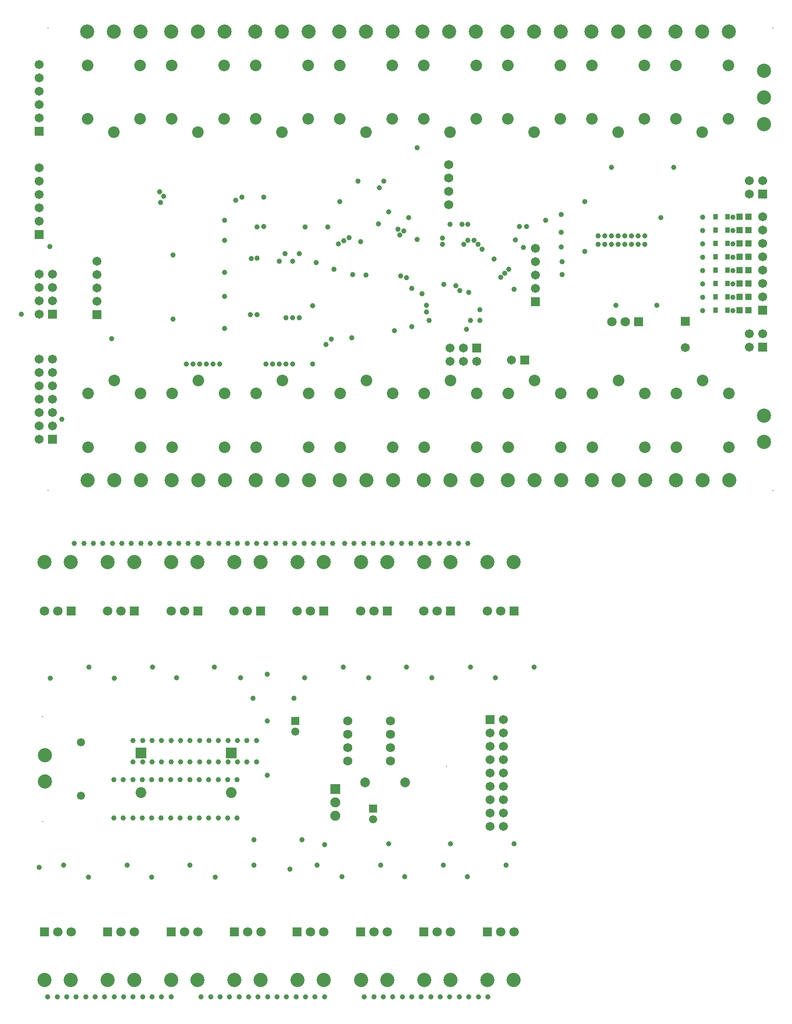
<source format=gbs>
%FSDAX23Y23*%
%MOIN*%
%SFA1B1*%

%IPPOS*%
%ADD98R,0.051300X0.047400*%
%ADD122R,0.074900X0.074900*%
%ADD123C,0.074900*%
%ADD124C,0.106400*%
%ADD125R,0.067100X0.067100*%
%ADD126C,0.067100*%
%ADD127R,0.067100X0.067100*%
%ADD128R,0.071000X0.071000*%
%ADD129C,0.071000*%
%ADD130C,0.061100*%
%ADD131R,0.061100X0.061100*%
%ADD132C,0.073000*%
%ADD133C,0.008000*%
%ADD134C,0.068000*%
%ADD135C,0.086700*%
%ADD136R,0.080800X0.080800*%
%ADD137C,0.080800*%
%ADD138C,0.061100*%
%ADD139C,0.039500*%
%ADD140R,0.032800X0.040700*%
%LNde-130817-1*%
%LPD*%
G54D98*
X06656Y06522D03*
X06723D03*
X06656Y06622D03*
X06723D03*
X06656Y06722D03*
X06723D03*
X06656Y06822D03*
X06723D03*
X06656Y06922D03*
X06723D03*
X06656Y07022D03*
X06723D03*
X06656Y07122D03*
X06723D03*
X06656Y07222D03*
X06723D03*
G54D122*
X03625Y02935D03*
G54D123*
X03625Y02835D03*
Y02735D03*
G54D124*
X06840Y07916D03*
Y08116D03*
Y08316D03*
X06840Y05536D03*
Y05733D03*
X06578Y05250D03*
X06378D03*
X06178D03*
X05948D03*
X05748D03*
X05548D03*
X05318D03*
X05118D03*
X04918D03*
X04688D03*
X04488D03*
X04288D03*
X04058D03*
X03858D03*
X03658D03*
X03428D03*
X03228D03*
X03028D03*
X02798D03*
X02598D03*
X02398D03*
X02168D03*
X01968D03*
X01768D03*
X01450Y03188D03*
Y02991D03*
X04766Y04635D03*
X04963D03*
X04292D03*
X04489D03*
X03818D03*
X04014D03*
X03343D03*
X03540D03*
X02869D03*
X03066D03*
X02395D03*
X02592D03*
X01920D03*
X02117D03*
X01446D03*
X01643D03*
Y01505D03*
X01446D03*
X02117D03*
X01920D03*
X02592D03*
X02395D03*
X03066D03*
X02869D03*
X03540D03*
X03343D03*
X04014D03*
X03818D03*
X04489D03*
X04292D03*
X04963D03*
X04766D03*
X01765Y08610D03*
X01965D03*
X02165D03*
X02395D03*
X02595D03*
X02795D03*
X03025D03*
X03225D03*
X03425D03*
X03655D03*
X03855D03*
X04055D03*
X04280D03*
X04480D03*
X04680D03*
X04915D03*
X05115D03*
X05315D03*
X05545D03*
X05745D03*
X05945D03*
X06175D03*
X06375D03*
X06575D03*
G54D125*
X05045Y06150D03*
X04685Y06240D03*
G54D126*
X04945Y06150D03*
X04485Y06140D03*
Y06240D03*
X04585Y06140D03*
Y06240D03*
X04685Y06140D03*
X01840Y06590D03*
Y06690D03*
Y06790D03*
Y06890D03*
X01405Y06157D03*
X01505D03*
X01405Y06057D03*
X01505D03*
X01405Y05957D03*
X01505D03*
X01405Y05857D03*
X01505D03*
X01405Y05757D03*
X01505D03*
X01405Y05657D03*
X01505D03*
X01405Y05557D03*
Y06492D03*
X01505Y06592D03*
X01405D03*
X01505Y06692D03*
X01405D03*
X01505Y06792D03*
X01405D03*
X05125Y06687D03*
Y06787D03*
Y06887D03*
Y06987D03*
X06730Y07392D03*
X06830Y07492D03*
X06730D03*
X06830Y07222D03*
Y07122D03*
Y07022D03*
Y06922D03*
Y06822D03*
Y06722D03*
Y06622D03*
X06730Y06247D03*
X06830Y06347D03*
X06730D03*
X01405Y07590D03*
Y07490D03*
Y07390D03*
Y07290D03*
Y07190D03*
Y08363D03*
Y08263D03*
Y08163D03*
Y08063D03*
Y07963D03*
X04885Y03455D03*
X04785Y03355D03*
X04885D03*
X04785Y03255D03*
X04885D03*
X04785Y03155D03*
X04885D03*
X04785Y03055D03*
X04885D03*
X04785Y02955D03*
X04885D03*
X04785Y02855D03*
X04885D03*
X04785Y02755D03*
X04885D03*
X04785Y02655D03*
X04885D03*
X06250Y06243D03*
G54D127*
X01840Y06490D03*
X01505Y05557D03*
Y06492D03*
X05125Y06587D03*
X06830Y07392D03*
Y06522D03*
Y06247D03*
X01405Y07090D03*
Y07863D03*
X04785Y03455D03*
X06250Y06440D03*
G54D128*
X04765Y01865D03*
X04290D03*
X03815D03*
X03340D03*
X02870D03*
X02395D03*
X01920D03*
X01445D03*
X05900Y06437D03*
X04965Y04270D03*
X04490D03*
X03540D03*
X04015D03*
X02595D03*
X03065D03*
X01645D03*
X02120D03*
G54D129*
X04865Y01865D03*
X04965D03*
X04390D03*
X04490D03*
X03915D03*
X04015D03*
X03440D03*
X03540D03*
X02970D03*
X03070D03*
X02495D03*
X02595D03*
X02020D03*
X02120D03*
X01545D03*
X01645D03*
X05700Y06437D03*
X05800D03*
X04865Y04270D03*
X04765D03*
X04390D03*
X04290D03*
X03440D03*
X03340D03*
X03915D03*
X03815D03*
X02495D03*
X02395D03*
X02965D03*
X02865D03*
X01545D03*
X01445D03*
X02020D03*
X01920D03*
G54D130*
X03910Y02710D03*
X03325Y03365D03*
G54D131*
X03910Y02789D03*
X03325Y03444D03*
G54D132*
X03850Y02985D03*
X04150D03*
G54D133*
X04460Y03105D03*
X01431Y03480D03*
Y02693D03*
X06904Y05173D03*
X01471D03*
X06904Y08637D03*
X01471D03*
G54D134*
X04475Y07312D03*
Y07412D03*
Y07512D03*
Y07612D03*
X04040Y03145D03*
Y03245D03*
Y03345D03*
Y03445D03*
X03720Y03145D03*
Y03245D03*
Y03345D03*
Y03445D03*
G54D135*
X06572Y08357D03*
X06178D03*
X06572Y07955D03*
X06178D03*
X06375Y07857D03*
X05942Y08357D03*
X05548D03*
X05942Y07955D03*
X05548D03*
X05745Y07857D03*
X05312Y08357D03*
X04918D03*
X05312Y07955D03*
X04918D03*
X05115Y07857D03*
X04682Y08357D03*
X04288D03*
X04682Y07955D03*
X04288D03*
X04485Y07857D03*
X04052Y08357D03*
X03658D03*
X04052Y07955D03*
X03658D03*
X03855Y07857D03*
X03421Y08357D03*
X03028D03*
X03421Y07955D03*
X03028D03*
X03225Y07857D03*
X02791Y08357D03*
X02398D03*
X02791Y07955D03*
X02398D03*
X02595Y07857D03*
X02161Y08357D03*
X01768D03*
X02161Y07955D03*
X01768D03*
X01965Y07857D03*
X06181Y05497D03*
X06575D03*
X06181Y05898D03*
X06575D03*
X06378Y05997D03*
X05551Y05497D03*
X05945D03*
X05551Y05898D03*
X05945D03*
X05748Y05997D03*
X04921Y05497D03*
X05315D03*
X04921Y05898D03*
X05315D03*
X05118Y05997D03*
X04291Y05497D03*
X04685D03*
X04291Y05898D03*
X04685D03*
X04488Y05997D03*
X03661Y05497D03*
X04055D03*
X03661Y05898D03*
X04055D03*
X03858Y05997D03*
X03031Y05497D03*
X03425D03*
X03031Y05898D03*
X03425D03*
X03228Y05997D03*
X02401Y05497D03*
X02795D03*
X02401Y05898D03*
X02795D03*
X02598Y05997D03*
X01771Y05497D03*
X02165D03*
X01771Y05898D03*
X02165D03*
X01968Y05997D03*
G54D136*
X02845Y03204D03*
X02170D03*
G54D137*
X02845Y02909D03*
X02170D03*
G54D138*
X01720Y02886D03*
Y03286D03*
G54D139*
X04160Y06765D03*
X04115Y06780D03*
X03115Y03040D03*
Y03445D03*
X03010Y03615D03*
X04615Y02280D03*
X04145D03*
X03675D03*
X03285Y02335D03*
X02725Y02275D03*
X02250D03*
X01775D03*
X01405Y02350D03*
X05115Y03850D03*
X04640D03*
X04160D03*
X03685D03*
X03115Y03795D03*
X02720Y03850D03*
X02255D03*
X01780D03*
X03315Y03615D03*
X03375Y02555D03*
X03015D03*
X03545Y02520D03*
X04025Y02525D03*
X04490D03*
X04965D03*
X05320Y07105D03*
X04905Y02365D03*
X04435D03*
X03965D03*
X03490D03*
X03015D03*
X02535D03*
X02065D03*
X01590D03*
X04825Y03770D03*
X04350D03*
X03875D03*
X03395D03*
X02915D03*
X02435D03*
X01970Y03765D03*
X01490D03*
X04865Y06770D03*
X04895Y06800D03*
X04925Y06830D03*
X04725Y06980D03*
X04665Y07045D03*
X04620D03*
X04590Y07014D03*
X06605Y06520D03*
Y06620D03*
Y06720D03*
Y06820D03*
Y06920D03*
Y07020D03*
Y07120D03*
Y07220D03*
X02995Y06910D03*
X03555Y06265D03*
X03595Y06305D03*
X03356Y06945D03*
X03355Y06465D03*
X03305D03*
X03255D03*
X03205Y06890D03*
X04437Y06717D03*
X04200Y06400D03*
X04275Y06645D03*
X04200Y06685D03*
X05496Y06963D03*
X05495Y07336D03*
X05034Y06991D03*
X04975Y07050D03*
X05202Y07197D03*
X05696Y07592D03*
X06161D03*
X04239Y07052D03*
X04428Y07061D03*
Y07014D03*
X03090Y07148D03*
X03483Y06879D03*
X03455Y06120D03*
Y06556D03*
X03040Y06488D03*
X02987D03*
X03040Y07145D03*
Y06911D03*
X02315Y07330D03*
X03660Y07335D03*
X03105Y06120D03*
X03155D03*
X03205D03*
X03255D03*
X03305D03*
X02510D03*
X02560D03*
X02610D03*
X02660D03*
X02710D03*
X02760D03*
X02410Y06455D03*
X02795Y06805D03*
Y06625D03*
Y06386D03*
Y07045D03*
X02410Y06935D03*
X04815Y06905D03*
X06380Y06720D03*
Y06820D03*
Y06620D03*
Y06520D03*
Y07220D03*
X04695Y07014D03*
X06380Y06920D03*
X04560Y06670D03*
X06380Y07120D03*
Y07020D03*
X04140Y07115D03*
X04095Y07130D03*
X03815Y07035D03*
X03730Y07065D03*
X03750Y06315D03*
X05005Y07150D03*
X05060D03*
X01273Y06492D03*
X01950Y06310D03*
X01485Y07000D03*
X04240Y07740D03*
X03305Y06890D03*
X04110Y07085D03*
X03650Y07020D03*
X03755Y06790D03*
X03690Y07042D03*
X03615Y06830D03*
X03950Y07170D03*
X04310Y06510D03*
Y06560D03*
X04070Y06370D03*
X04640Y06445D03*
X04710D03*
X04625Y06655D03*
X04330Y06445D03*
X04610Y06380D03*
X04485Y07165D03*
X04575D03*
X04710Y06525D03*
X04530Y06705D03*
X04965Y06680D03*
X03398Y07145D03*
X02795Y07195D03*
X02925Y07370D03*
X03090D03*
X02880Y07345D03*
X05318Y07240D03*
X05325Y06790D03*
Y06885D03*
X05318Y06995D03*
X06065Y07215D03*
X03855Y06785D03*
X03570Y07145D03*
X04175Y07215D03*
X04620Y07165D03*
X03955Y07440D03*
X04025Y07260D03*
X03795Y07490D03*
X03990D03*
X05727Y06560D03*
X06035D03*
X05645Y07080D03*
X05695D03*
X05745D03*
X05795D03*
X05845D03*
X05895D03*
X05595D03*
X05945D03*
X05595Y07015D03*
X05945D03*
X05895D03*
X05845D03*
X05795D03*
X05745D03*
X05695D03*
X05645D03*
X02310Y07410D03*
X02340Y07375D03*
X03250Y06945D03*
X01575Y05705D03*
X02181Y03300D03*
X02252D03*
X02323D03*
X02394D03*
X02465D03*
X02536D03*
X02608D03*
X02679D03*
X02750D03*
X02821D03*
X02892D03*
X02963D03*
X03035D03*
X02110D03*
Y03140D03*
X03035D03*
X02963D03*
X02892D03*
X02821D03*
X02750D03*
X02679D03*
X02608D03*
X02536D03*
X02465D03*
X02394D03*
X02323D03*
X02252D03*
X02181D03*
X01965Y03005D03*
X02890D03*
X02818D03*
X02747D03*
X02676D03*
X02605D03*
X02534D03*
X02463D03*
X02391D03*
X02320D03*
X02249D03*
X02178D03*
X02107D03*
X02036D03*
X01965Y02720D03*
X02890D03*
X02818D03*
X02747D03*
X02676D03*
X02605D03*
X02534D03*
X02463D03*
X02391D03*
X02320D03*
X02249D03*
X02178D03*
X02107D03*
X02036D03*
X01670Y04775D03*
X02595D03*
X02523D03*
X02452D03*
X02381D03*
X02310D03*
X02239D03*
X02168D03*
X02096D03*
X02025D03*
X01954D03*
X01883D03*
X01812D03*
X01741D03*
X02680D03*
X03605D03*
X03533D03*
X03462D03*
X03391D03*
X03320D03*
X03249D03*
X03178D03*
X03106D03*
X03035D03*
X02964D03*
X02893D03*
X02822D03*
X02751D03*
X03695D03*
X04620D03*
X04548D03*
X04477D03*
X04406D03*
X04335D03*
X04264D03*
X04193D03*
X04121D03*
X04050D03*
X03979D03*
X03908D03*
X03837D03*
X03766D03*
X01470Y01378D03*
X02395D03*
X02323D03*
X02252D03*
X02181D03*
X02110D03*
X02039D03*
X01968D03*
X01896D03*
X01825D03*
X01754D03*
X01683D03*
X01612D03*
X01541D03*
X02620D03*
X03545D03*
X03473D03*
X03402D03*
X03331D03*
X03260D03*
X03189D03*
X03118D03*
X03046D03*
X02975D03*
X02904D03*
X02833D03*
X02762D03*
X02691D03*
X03843Y01378D03*
X04768D03*
X04697D03*
X04625D03*
X04554D03*
X04483D03*
X04412D03*
X04341D03*
X04270D03*
X04198D03*
X04127D03*
X04056D03*
X03985D03*
X03914D03*
G54D140*
X06564Y07222D03*
X06476D03*
X06564Y07122D03*
X06476D03*
X06564Y07022D03*
X06476D03*
X06564Y06922D03*
X06476D03*
X06564Y06822D03*
X06476D03*
X06564Y06722D03*
X06476D03*
X06564Y06622D03*
X06476D03*
X06564Y06522D03*
X06476D03*
M02*
</source>
